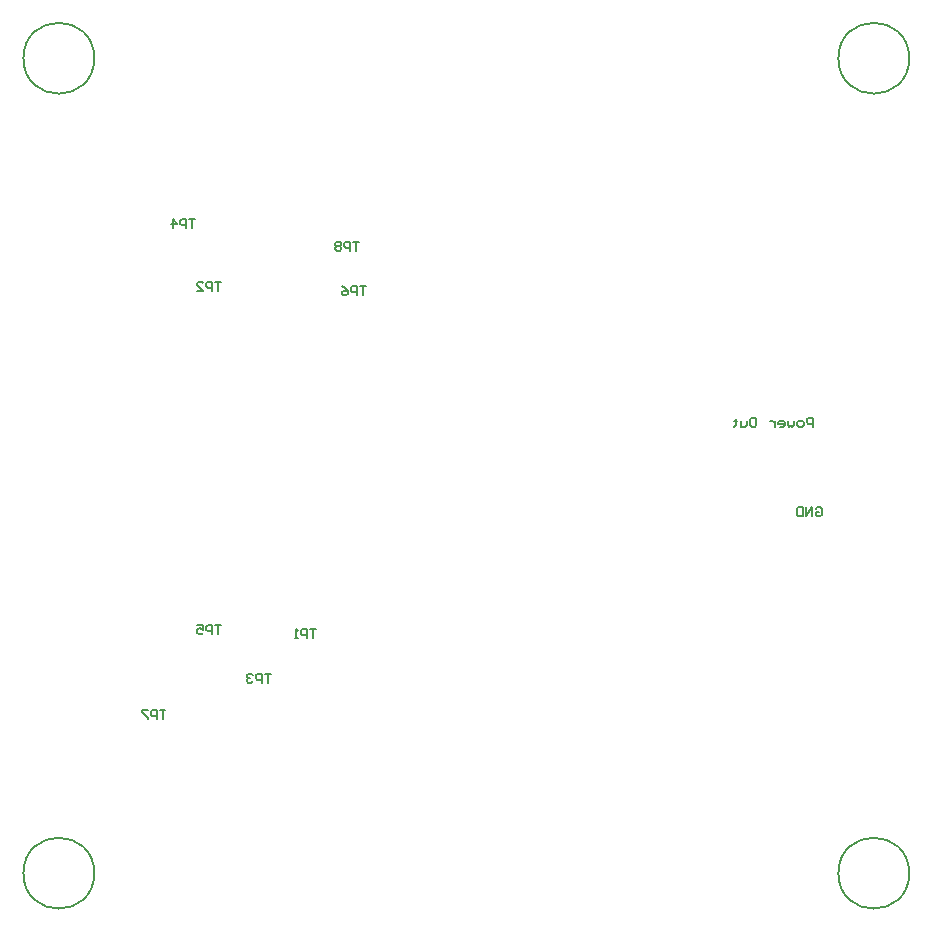
<source format=gbo>
G04*
G04 #@! TF.GenerationSoftware,Altium Limited,Altium Designer,20.1.12 (249)*
G04*
G04 Layer_Color=32896*
%FSLAX44Y44*%
%MOMM*%
G71*
G04*
G04 #@! TF.SameCoordinates,CC81BD5A-250F-4E5F-800E-8ED098A84927*
G04*
G04*
G04 #@! TF.FilePolarity,Positive*
G04*
G01*
G75*
%ADD10C,0.2000*%
%ADD12C,0.2032*%
D10*
X60000Y30000D02*
G03*
X60000Y30000I-30000J0D01*
G01*
X750000D02*
G03*
X750000Y30000I-30000J0D01*
G01*
Y720000D02*
G03*
X750000Y720000I-30000J0D01*
G01*
X60000D02*
G03*
X60000Y720000I-30000J0D01*
G01*
X668500Y407750D02*
Y415747D01*
X664501D01*
X663168Y414414D01*
Y411749D01*
X664501Y410416D01*
X668500D01*
X659170Y407750D02*
X656504D01*
X655171Y409083D01*
Y411749D01*
X656504Y413082D01*
X659170D01*
X660503Y411749D01*
Y409083D01*
X659170Y407750D01*
X652505Y413082D02*
Y409083D01*
X651172Y407750D01*
X649839Y409083D01*
X648506Y407750D01*
X647174Y409083D01*
Y413082D01*
X640509Y407750D02*
X643175D01*
X644508Y409083D01*
Y411749D01*
X643175Y413082D01*
X640509D01*
X639176Y411749D01*
Y410416D01*
X644508D01*
X636510Y413082D02*
Y407750D01*
Y410416D01*
X635177Y411749D01*
X633844Y413082D01*
X632512D01*
X616517Y415747D02*
X619183D01*
X620516Y414414D01*
Y409083D01*
X619183Y407750D01*
X616517D01*
X615184Y409083D01*
Y414414D01*
X616517Y415747D01*
X612518Y413082D02*
Y409083D01*
X611185Y407750D01*
X607187D01*
Y413082D01*
X603188Y414414D02*
Y413082D01*
X604521D01*
X601855D01*
X603188D01*
Y409083D01*
X601855Y407750D01*
X670668Y338665D02*
X672001Y339997D01*
X674667D01*
X676000Y338665D01*
Y333333D01*
X674667Y332000D01*
X672001D01*
X670668Y333333D01*
Y335999D01*
X673334D01*
X668003Y332000D02*
Y339997D01*
X662671Y332000D01*
Y339997D01*
X660005D02*
Y332000D01*
X656006D01*
X654673Y333333D01*
Y338665D01*
X656006Y339997D01*
X660005D01*
D12*
X284157Y564559D02*
X279078D01*
X281618D01*
Y556941D01*
X276539D02*
Y564559D01*
X272730D01*
X271461Y563289D01*
Y560750D01*
X272730Y559480D01*
X276539D01*
X268922Y563289D02*
X267652Y564559D01*
X265113D01*
X263843Y563289D01*
Y562020D01*
X265113Y560750D01*
X263843Y559480D01*
Y558211D01*
X265113Y556941D01*
X267652D01*
X268922Y558211D01*
Y559480D01*
X267652Y560750D01*
X268922Y562020D01*
Y563289D01*
X267652Y560750D02*
X265113D01*
X120316Y167812D02*
X115238D01*
X117777D01*
Y160194D01*
X112698D02*
Y167812D01*
X108890D01*
X107620Y166542D01*
Y164003D01*
X108890Y162733D01*
X112698D01*
X105081Y167812D02*
X100002D01*
Y166542D01*
X105081Y161464D01*
Y160194D01*
X289907Y527059D02*
X284828D01*
X287367D01*
Y519441D01*
X282289D02*
Y527059D01*
X278480D01*
X277211Y525789D01*
Y523250D01*
X278480Y521980D01*
X282289D01*
X269593Y527059D02*
X272132Y525789D01*
X274672Y523250D01*
Y520711D01*
X273402Y519441D01*
X270863D01*
X269593Y520711D01*
Y521980D01*
X270863Y523250D01*
X274672D01*
X167430Y239811D02*
X162352D01*
X164891D01*
Y232194D01*
X159812D02*
Y239811D01*
X156004D01*
X154734Y238542D01*
Y236003D01*
X156004Y234733D01*
X159812D01*
X147116Y239811D02*
X152195D01*
Y236003D01*
X149656Y237272D01*
X148386D01*
X147116Y236003D01*
Y233464D01*
X148386Y232194D01*
X150925D01*
X152195Y233464D01*
X145340Y583787D02*
X140262D01*
X142801D01*
Y576170D01*
X137722D02*
Y583787D01*
X133914D01*
X132644Y582518D01*
Y579979D01*
X133914Y578709D01*
X137722D01*
X126296Y576170D02*
Y583787D01*
X130105Y579979D01*
X125027D01*
X209302Y198787D02*
X204224D01*
X206763D01*
Y191170D01*
X201684D02*
Y198787D01*
X197876D01*
X196606Y197518D01*
Y194979D01*
X197876Y193709D01*
X201684D01*
X194067Y197518D02*
X192797Y198787D01*
X190258D01*
X188988Y197518D01*
Y196248D01*
X190258Y194979D01*
X191528D01*
X190258D01*
X188988Y193709D01*
Y192440D01*
X190258Y191170D01*
X192797D01*
X194067Y192440D01*
X167454Y530788D02*
X162376D01*
X164915D01*
Y523170D01*
X159836D02*
Y530788D01*
X156028D01*
X154758Y529518D01*
Y526979D01*
X156028Y525709D01*
X159836D01*
X147141Y523170D02*
X152219D01*
X147141Y528248D01*
Y529518D01*
X148410Y530788D01*
X150949D01*
X152219Y529518D01*
X247730Y236693D02*
X242652D01*
X245191D01*
Y229076D01*
X240112D02*
Y236693D01*
X236304D01*
X235034Y235424D01*
Y232885D01*
X236304Y231615D01*
X240112D01*
X232495Y229076D02*
X229956D01*
X231225D01*
Y236693D01*
X232495Y235424D01*
M02*

</source>
